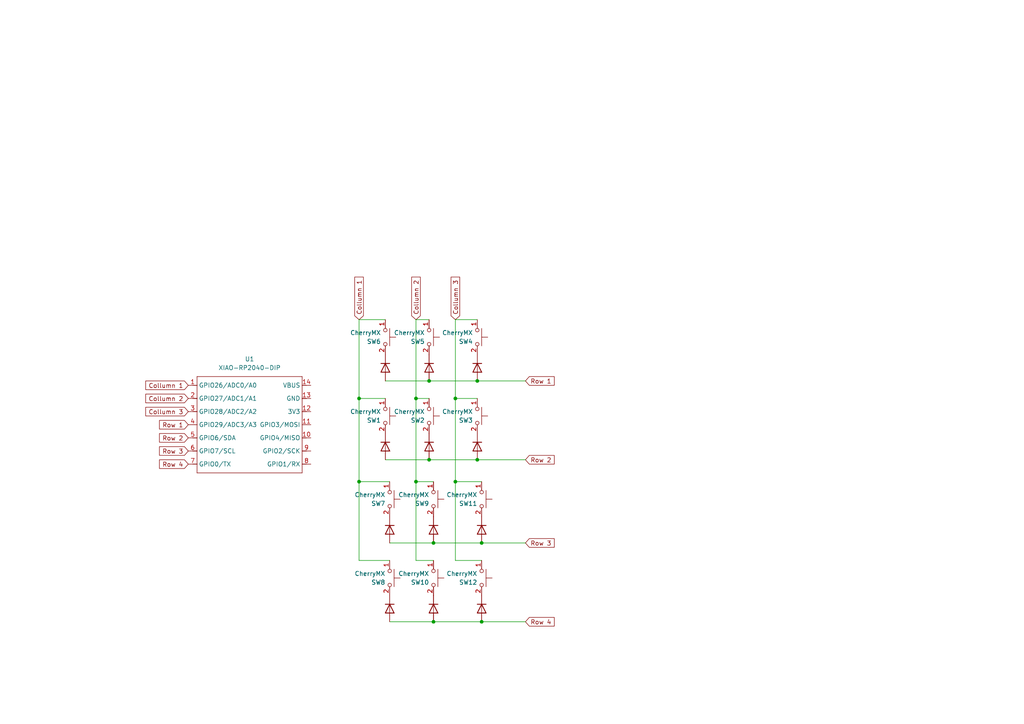
<source format=kicad_sch>
(kicad_sch (version 20250114) (generator "eeschema") (generator_version "9.0")
  (paper "A4")
  (lib_symbols
    (symbol "CherryMX:CherryMX" (pin_names (offset 0.254))
      (property "Reference" "SW" (at 2.54 3.175 0))
      (property "Value" "CherryMX" (at 0 -1.905 0))
      (symbol "CherryMX_1_1"
        (circle (center -2.032 0) (radius 0.508))
        (polyline (pts (xy 0 1.27) (xy 0 3.048)))
        (circle (center 2.032 0) (radius 0.508))
        (polyline (pts (xy 2.54 1.27) (xy -2.54 1.27)))
        (pin passive line (at -5.08 0 0) (length 2.54) (name "~") (number "1"))
        (pin passive line (at 5.08 0 180) (length 2.54) (name "~") (number "2"))
      )
    )
    (symbol "Diode:1N4148WT" (pin_numbers (hide yes)) (pin_names (hide yes))
      (property "Reference" "D" (at 0 2.54 0))
      (property "Value" "1N4148WT" (at 0 -2.54 0))
      (symbol "1N4148WT_0_1"
        (polyline (pts (xy -1.27 1.27) (xy -1.27 -1.27)) (stroke (width 0.254)))
        (polyline (pts (xy 1.27 1.27) (xy 1.27 -1.27) (xy -1.27 0) (xy 1.27 1.27)) (stroke (width 0.254)))
        (polyline (pts (xy 1.27 0) (xy -1.27 0)))
      )
      (symbol "1N4148WT_1_1"
        (pin passive line (at -3.81 0 0) (length 2.54) (name "K") (number "1"))
        (pin passive line (at 3.81 0 180) (length 2.54) (name "A") (number "2"))
      )
    )
    (symbol "Seeed_Studio_XIAO_Series:XIAO-RP2040-DIP"
      (property "Reference" "U" (at 0 0 0))
      (property "Value" "XIAO-RP2040-DIP" (at 5.334 -1.778 0))
      (symbol "XIAO-RP2040-DIP_1_0"
        (polyline (pts (xy -1.27 -2.54) (xy 29.21 -2.54)) (stroke (width 0.1524)))
        (polyline (pts (xy -1.27 -5.08) (xy -2.54 -5.08)) (stroke (width 0.1524)))
        (polyline (pts (xy -1.27 -5.08) (xy -1.27 -2.54)) (stroke (width 0.1524)))
        (polyline (pts (xy -1.27 -8.89) (xy -2.54 -8.89)) (stroke (width 0.1524)))
        (polyline (pts (xy -1.27 -8.89) (xy -1.27 -5.08)) (stroke (width 0.1524)))
        (polyline (pts (xy -1.27 -12.7) (xy -2.54 -12.7)) (stroke (width 0.1524)))
        (polyline (pts (xy -1.27 -12.7) (xy -1.27 -8.89)) (stroke (width 0.1524)))
        (polyline (pts (xy -1.27 -16.51) (xy -2.54 -16.51)) (stroke (width 0.1524)))
        (polyline (pts (xy -1.27 -16.51) (xy -1.27 -12.7)) (stroke (width 0.1524)))
        (polyline (pts (xy -1.27 -20.32) (xy -2.54 -20.32)) (stroke (width 0.1524)))
        (polyline (pts (xy -1.27 -24.13) (xy -2.54 -24.13)) (stroke (width 0.1524)))
        (polyline (pts (xy -1.27 -27.94) (xy -2.54 -27.94)) (stroke (width 0.1524)))
        (polyline (pts (xy -1.27 -30.48) (xy -1.27 -16.51)) (stroke (width 0.1524)))
        (polyline (pts (xy 29.21 -2.54) (xy 29.21 -5.08)) (stroke (width 0.1524)))
        (polyline (pts (xy 29.21 -5.08) (xy 29.21 -8.89)) (stroke (width 0.1524)))
        (polyline (pts (xy 29.21 -8.89) (xy 29.21 -12.7)) (stroke (width 0.1524)))
        (polyline (pts (xy 29.21 -12.7) (xy 29.21 -30.48)) (stroke (width 0.1524)))
        (polyline (pts (xy 29.21 -30.48) (xy -1.27 -30.48)) (stroke (width 0.1524)))
        (polyline (pts (xy 30.48 -5.08) (xy 29.21 -5.08)) (stroke (width 0.1524)))
        (polyline (pts (xy 30.48 -8.89) (xy 29.21 -8.89)) (stroke (width 0.1524)))
        (polyline (pts (xy 30.48 -12.7) (xy 29.21 -12.7)) (stroke (width 0.1524)))
        (polyline (pts (xy 30.48 -16.51) (xy 29.21 -16.51)) (stroke (width 0.1524)))
        (polyline (pts (xy 30.48 -20.32) (xy 29.21 -20.32)) (stroke (width 0.1524)))
        (polyline (pts (xy 30.48 -24.13) (xy 29.21 -24.13)) (stroke (width 0.1524)))
        (polyline (pts (xy 30.48 -27.94) (xy 29.21 -27.94)) (stroke (width 0.1524)))
        (pin passive line (at -3.81 -5.08 0) (length 2.54) (name "GPIO26/ADC0/A0") (number "1"))
        (pin passive line (at -3.81 -8.89 0) (length 2.54) (name "GPIO27/ADC1/A1") (number "2"))
        (pin passive line (at -3.81 -12.7 0) (length 2.54) (name "GPIO28/ADC2/A2") (number "3"))
        (pin passive line (at -3.81 -16.51 0) (length 2.54) (name "GPIO29/ADC3/A3") (number "4"))
        (pin passive line (at -3.81 -20.32 0) (length 2.54) (name "GPIO6/SDA") (number "5"))
        (pin passive line (at -3.81 -24.13 0) (length 2.54) (name "GPIO7/SCL") (number "6"))
        (pin passive line (at -3.81 -27.94 0) (length 2.54) (name "GPIO0/TX") (number "7"))
        (pin passive line (at 31.75 -5.08 180) (length 2.54) (name "VBUS") (number "14"))
        (pin passive line (at 31.75 -8.89 180) (length 2.54) (name "GND") (number "13"))
        (pin passive line (at 31.75 -12.7 180) (length 2.54) (name "3V3") (number "12"))
        (pin passive line (at 31.75 -16.51 180) (length 2.54) (name "GPIO3/MOSI") (number "11"))
        (pin passive line (at 31.75 -20.32 180) (length 2.54) (name "GPIO4/MISO") (number "10"))
        (pin passive line (at 31.75 -24.13 180) (length 2.54) (name "GPIO2/SCK") (number "9"))
        (pin passive line (at 31.75 -27.94 180) (length 2.54) (name "GPIO1/RX") (number "8"))
      )
    )
  )
  (junction (at 139.7 157.48))
  (junction (at 120.65 115.57))
  (junction (at 124.46 133.35))
  (junction (at 125.73 157.48))
  (junction (at 104.14 139.7))
  (junction (at 132.08 115.57))
  (junction (at 124.46 110.49))
  (junction (at 104.14 115.57))
  (junction (at 132.08 139.7))
  (junction (at 138.43 133.35))
  (junction (at 125.73 180.34))
  (junction (at 138.43 110.49))
  (junction (at 139.7 180.34))
  (junction (at 120.65 139.7))
  (wire (pts (xy 124.46 133.35) (xy 138.43 133.35)))
  (wire (pts (xy 132.08 139.7) (xy 132.08 162.56)))
  (wire (pts (xy 125.73 180.34) (xy 139.7 180.34)))
  (wire (pts (xy 120.65 115.57) (xy 124.46 115.57)))
  (wire (pts (xy 104.14 139.7) (xy 104.14 162.56)))
  (wire (pts (xy 132.08 92.71) (xy 132.08 115.57)))
  (wire (pts (xy 104.14 92.71) (xy 104.14 115.57)))
  (wire (pts (xy 113.03 180.34) (xy 125.73 180.34)))
  (wire (pts (xy 120.65 115.57) (xy 120.65 92.71)))
  (wire (pts (xy 120.65 92.71) (xy 124.46 92.71)))
  (wire (pts (xy 138.43 92.71) (xy 132.08 92.71)))
  (wire (pts (xy 138.43 133.35) (xy 152.4 133.35)))
  (wire (pts (xy 132.08 115.57) (xy 138.43 115.57)))
  (wire (pts (xy 138.43 110.49) (xy 152.4 110.49)))
  (wire (pts (xy 104.14 162.56) (xy 113.03 162.56)))
  (wire (pts (xy 111.76 133.35) (xy 124.46 133.35)))
  (wire (pts (xy 120.65 162.56) (xy 120.65 139.7)))
  (wire (pts (xy 139.7 157.48) (xy 152.4 157.48)))
  (wire (pts (xy 125.73 157.48) (xy 139.7 157.48)))
  (wire (pts (xy 111.76 110.49) (xy 124.46 110.49)))
  (wire (pts (xy 111.76 92.71) (xy 104.14 92.71)))
  (wire (pts (xy 124.46 110.49) (xy 138.43 110.49)))
  (wire (pts (xy 120.65 139.7) (xy 125.73 139.7)))
  (wire (pts (xy 139.7 180.34) (xy 152.4 180.34)))
  (wire (pts (xy 104.14 115.57) (xy 104.14 139.7)))
  (wire (pts (xy 113.03 157.48) (xy 125.73 157.48)))
  (wire (pts (xy 120.65 139.7) (xy 120.65 115.57)))
  (wire (pts (xy 132.08 162.56) (xy 139.7 162.56)))
  (wire (pts (xy 132.08 139.7) (xy 139.7 139.7)))
  (wire (pts (xy 104.14 139.7) (xy 113.03 139.7)))
  (wire (pts (xy 132.08 115.57) (xy 132.08 139.7)))
  (wire (pts (xy 104.14 115.57) (xy 111.76 115.57)))
  (wire (pts (xy 125.73 162.56) (xy 120.65 162.56)))
  (global_label "Row 4" (shape input) (at 152.4 180.34 0) (property "Intersheetrefs" "${INTERSHEET_REFS}" (effects (hide yes))))
  (global_label "Row 3" (shape input) (at 152.4 157.48 0) (property "Intersheetrefs" "${INTERSHEET_REFS}" (effects (hide yes))))
  (global_label "Collumn 2" (shape input) (at 54.61 115.57 180) (property "Intersheetrefs" "${INTERSHEET_REFS}" (effects (hide yes))))
  (global_label "Collumn 1" (shape input) (at 104.14 92.71 90) (property "Intersheetrefs" "${INTERSHEET_REFS}" (effects (hide yes))))
  (global_label "Row 2" (shape input) (at 54.61 127 180) (property "Intersheetrefs" "${INTERSHEET_REFS}" (effects (hide yes))))
  (global_label "Collumn 3" (shape input) (at 54.61 119.38 180) (property "Intersheetrefs" "${INTERSHEET_REFS}" (effects (hide yes))))
  (global_label "Row 2" (shape input) (at 152.4 133.35 0) (property "Intersheetrefs" "${INTERSHEET_REFS}" (effects (hide yes))))
  (global_label "Row 1" (shape input) (at 54.61 123.19 180) (property "Intersheetrefs" "${INTERSHEET_REFS}" (effects (hide yes))))
  (global_label "Row 1" (shape input) (at 152.4 110.49 0) (property "Intersheetrefs" "${INTERSHEET_REFS}" (effects (hide yes))))
  (global_label "Row 4" (shape input) (at 54.61 134.62 180) (property "Intersheetrefs" "${INTERSHEET_REFS}" (effects (hide yes))))
  (global_label "Collumn 3" (shape input) (at 132.08 92.71 90) (property "Intersheetrefs" "${INTERSHEET_REFS}" (effects (hide yes))))
  (global_label "Collumn 2" (shape input) (at 120.65 92.71 90) (property "Intersheetrefs" "${INTERSHEET_REFS}" (effects (hide yes))))
  (global_label "Row 3" (shape input) (at 54.61 130.81 180) (property "Intersheetrefs" "${INTERSHEET_REFS}" (effects (hide yes))))
  (global_label "Collumn 1" (shape input) (at 54.61 111.76 180) (property "Intersheetrefs" "${INTERSHEET_REFS}" (effects (hide yes))))
  (symbol (lib_id "Diode:1N4148WT") (at 113.03 176.53 270) (unit 1)
    (property "Reference" "D8" (effects (hide yes)))
    (property "Value" "1N4148WT" (effects (hide yes)))
    (property "Footprint" "Diode_THT:D_DO-35_SOD27_P7.62mm_Horizontal" (effects (hide yes)))
    (property "Datasheet" "https://www.diodes.com/assets/Datasheets/ds30396.pdf" (effects (hide yes)))
    (property "Description" "75V 0.15A Fast switching Diode, SOD-523" (effects (hide yes)))
    (property "Sim.Device" "D" (effects (hide yes)))
    (property "Sim.Pins" "1=K 2=A" (effects (hide yes)))
  )
  (symbol (lib_id "CherryMX:CherryMX") (at 113.03 144.78 270) (unit 1)
    (property "Reference" "SW7" (at 111.76 146.0501 90) (effects (justify right)))
    (property "Value" "CherryMX" (at 111.76 143.5101 90) (effects (justify right)))
    (property "Footprint" "Button_Switch_Keyboard:SW_Cherry_MX_1.00u_PCB" (effects (hide yes)))
  )
  (symbol (lib_id "Seeed_Studio_XIAO_Series:XIAO-RP2040-DIP") (at 58.42 106.68 0) (unit 1)
    (property "Reference" "U1" (at 72.39 104.14 0))
    (property "Value" "XIAO-RP2040-DIP" (at 72.39 106.68 0))
    (property "Footprint" "RF_Module:MCU_Seeed_ESP32C3" (effects (hide yes)))
  )
  (symbol (lib_id "CherryMX:CherryMX") (at 113.03 167.64 270) (unit 1)
    (property "Reference" "SW8" (at 111.76 168.9101 90) (effects (justify right)))
    (property "Value" "CherryMX" (at 111.76 166.3701 90) (effects (justify right)))
    (property "Footprint" "Button_Switch_Keyboard:SW_Cherry_MX_1.00u_PCB" (effects (hide yes)))
  )
  (symbol (lib_id "Diode:1N4148WT") (at 111.76 106.68 270) (unit 1)
    (property "Reference" "D1" (effects (hide yes)))
    (property "Value" "1N4148WT" (effects (hide yes)))
    (property "Footprint" "Diode_THT:D_DO-35_SOD27_P7.62mm_Horizontal" (effects (hide yes)))
    (property "Datasheet" "https://www.diodes.com/assets/Datasheets/ds30396.pdf" (effects (hide yes)))
    (property "Description" "75V 0.15A Fast switching Diode, SOD-523" (effects (hide yes)))
    (property "Sim.Device" "D" (effects (hide yes)))
    (property "Sim.Pins" "1=K 2=A" (effects (hide yes)))
  )
  (symbol (lib_id "Diode:1N4148WT") (at 124.46 129.54 270) (unit 1)
    (property "Reference" "D5" (effects (hide yes)))
    (property "Value" "1N4148WT" (effects (hide yes)))
    (property "Footprint" "Diode_THT:D_DO-35_SOD27_P7.62mm_Horizontal" (effects (hide yes)))
    (property "Datasheet" "https://www.diodes.com/assets/Datasheets/ds30396.pdf" (effects (hide yes)))
    (property "Description" "75V 0.15A Fast switching Diode, SOD-523" (effects (hide yes)))
    (property "Sim.Device" "D" (effects (hide yes)))
    (property "Sim.Pins" "1=K 2=A" (effects (hide yes)))
  )
  (symbol (lib_id "CherryMX:CherryMX") (at 139.7 144.78 270) (unit 1)
    (property "Reference" "SW11" (at 138.43 146.0501 90) (effects (justify right)))
    (property "Value" "CherryMX" (at 138.43 143.5101 90) (effects (justify right)))
    (property "Footprint" "Button_Switch_Keyboard:SW_Cherry_MX_1.00u_PCB" (effects (hide yes)))
  )
  (symbol (lib_id "CherryMX:CherryMX") (at 111.76 97.79 270) (unit 1)
    (property "Reference" "SW6" (at 110.49 99.0601 90) (effects (justify right)))
    (property "Value" "CherryMX" (at 110.49 96.5201 90) (effects (justify right)))
    (property "Footprint" "Button_Switch_Keyboard:SW_Cherry_MX_1.00u_PCB" (effects (hide yes)))
  )
  (symbol (lib_id "Diode:1N4148WT") (at 138.43 106.68 270) (unit 1)
    (property "Reference" "D3" (effects (hide yes)))
    (property "Value" "1N4148WT" (effects (hide yes)))
    (property "Footprint" "Diode_THT:D_DO-35_SOD27_P7.62mm_Horizontal" (effects (hide yes)))
    (property "Datasheet" "https://www.diodes.com/assets/Datasheets/ds30396.pdf" (effects (hide yes)))
    (property "Description" "75V 0.15A Fast switching Diode, SOD-523" (effects (hide yes)))
    (property "Sim.Device" "D" (effects (hide yes)))
    (property "Sim.Pins" "1=K 2=A" (effects (hide yes)))
  )
  (symbol (lib_id "Diode:1N4148WT") (at 125.73 153.67 270) (unit 1)
    (property "Reference" "D9" (effects (hide yes)))
    (property "Value" "1N4148WT" (effects (hide yes)))
    (property "Footprint" "Diode_THT:D_DO-35_SOD27_P7.62mm_Horizontal" (effects (hide yes)))
    (property "Datasheet" "https://www.diodes.com/assets/Datasheets/ds30396.pdf" (effects (hide yes)))
    (property "Description" "75V 0.15A Fast switching Diode, SOD-523" (effects (hide yes)))
    (property "Sim.Device" "D" (effects (hide yes)))
    (property "Sim.Pins" "1=K 2=A" (effects (hide yes)))
  )
  (symbol (lib_id "Diode:1N4148WT") (at 139.7 176.53 270) (unit 1)
    (property "Reference" "D12" (effects (hide yes)))
    (property "Value" "1N4148WT" (effects (hide yes)))
    (property "Footprint" "Diode_THT:D_DO-35_SOD27_P7.62mm_Horizontal" (effects (hide yes)))
    (property "Datasheet" "https://www.diodes.com/assets/Datasheets/ds30396.pdf" (effects (hide yes)))
    (property "Description" "75V 0.15A Fast switching Diode, SOD-523" (effects (hide yes)))
    (property "Sim.Device" "D" (effects (hide yes)))
    (property "Sim.Pins" "1=K 2=A" (effects (hide yes)))
  )
  (symbol (lib_id "CherryMX:CherryMX") (at 124.46 97.79 270) (unit 1)
    (property "Reference" "SW5" (at 123.19 99.0601 90) (effects (justify right)))
    (property "Value" "CherryMX" (at 123.19 96.5201 90) (effects (justify right)))
    (property "Footprint" "Button_Switch_Keyboard:SW_Cherry_MX_1.00u_PCB" (effects (hide yes)))
  )
  (symbol (lib_id "CherryMX:CherryMX") (at 138.43 120.65 270) (unit 1)
    (property "Reference" "SW3" (at 137.16 121.9201 90) (effects (justify right)))
    (property "Value" "CherryMX" (at 137.16 119.3801 90) (effects (justify right)))
    (property "Footprint" "Button_Switch_Keyboard:SW_Cherry_MX_1.00u_PCB" (effects (hide yes)))
  )
  (symbol (lib_id "CherryMX:CherryMX") (at 138.43 97.79 270) (unit 1)
    (property "Reference" "SW4" (at 137.16 99.0601 90) (effects (justify right)))
    (property "Value" "CherryMX" (at 137.16 96.5201 90) (effects (justify right)))
    (property "Footprint" "Button_Switch_Keyboard:SW_Cherry_MX_1.00u_PCB" (effects (hide yes)))
  )
  (symbol (lib_id "Diode:1N4148WT") (at 111.76 129.54 270) (unit 1)
    (property "Reference" "D4" (effects (hide yes)))
    (property "Value" "1N4148WT" (effects (hide yes)))
    (property "Footprint" "Diode_THT:D_DO-35_SOD27_P7.62mm_Horizontal" (effects (hide yes)))
    (property "Datasheet" "https://www.diodes.com/assets/Datasheets/ds30396.pdf" (effects (hide yes)))
    (property "Description" "75V 0.15A Fast switching Diode, SOD-523" (effects (hide yes)))
    (property "Sim.Device" "D" (effects (hide yes)))
    (property "Sim.Pins" "1=K 2=A" (effects (hide yes)))
  )
  (symbol (lib_id "Diode:1N4148WT") (at 125.73 176.53 270) (unit 1)
    (property "Reference" "D10" (effects (hide yes)))
    (property "Value" "1N4148WT" (effects (hide yes)))
    (property "Footprint" "Diode_THT:D_DO-35_SOD27_P7.62mm_Horizontal" (effects (hide yes)))
    (property "Datasheet" "https://www.diodes.com/assets/Datasheets/ds30396.pdf" (effects (hide yes)))
    (property "Description" "75V 0.15A Fast switching Diode, SOD-523" (effects (hide yes)))
    (property "Sim.Device" "D" (effects (hide yes)))
    (property "Sim.Pins" "1=K 2=A" (effects (hide yes)))
  )
  (symbol (lib_id "CherryMX:CherryMX") (at 125.73 167.64 270) (unit 1)
    (property "Reference" "SW10" (at 124.46 168.9101 90) (effects (justify right)))
    (property "Value" "CherryMX" (at 124.46 166.3701 90) (effects (justify right)))
    (property "Footprint" "Button_Switch_Keyboard:SW_Cherry_MX_1.00u_PCB" (effects (hide yes)))
  )
  (symbol (lib_id "CherryMX:CherryMX") (at 125.73 144.78 270) (unit 1)
    (property "Reference" "SW9" (at 124.46 146.0501 90) (effects (justify right)))
    (property "Value" "CherryMX" (at 124.46 143.5101 90) (effects (justify right)))
    (property "Footprint" "Button_Switch_Keyboard:SW_Cherry_MX_1.00u_PCB" (effects (hide yes)))
  )
  (symbol (lib_id "CherryMX:CherryMX") (at 139.7 167.64 270) (unit 1)
    (property "Reference" "SW12" (at 138.43 168.9101 90) (effects (justify right)))
    (property "Value" "CherryMX" (at 138.43 166.3701 90) (effects (justify right)))
    (property "Footprint" "Button_Switch_Keyboard:SW_Cherry_MX_1.00u_PCB" (effects (hide yes)))
  )
  (symbol (lib_id "CherryMX:CherryMX") (at 111.76 120.65 270) (unit 1)
    (property "Reference" "SW1" (at 110.49 121.9201 90) (effects (justify right)))
    (property "Value" "CherryMX" (at 110.49 119.3801 90) (effects (justify right)))
    (property "Footprint" "Button_Switch_Keyboard:SW_Cherry_MX_1.00u_PCB" (effects (hide yes)))
  )
  (symbol (lib_id "CherryMX:CherryMX") (at 124.46 120.65 270) (unit 1)
    (property "Reference" "SW2" (at 123.19 121.9201 90) (effects (justify right)))
    (property "Value" "CherryMX" (at 123.19 119.3801 90) (effects (justify right)))
    (property "Footprint" "Button_Switch_Keyboard:SW_Cherry_MX_1.00u_PCB" (effects (hide yes)))
  )
  (symbol (lib_id "Diode:1N4148WT") (at 138.43 129.54 270) (unit 1)
    (property "Reference" "D6" (effects (hide yes)))
    (property "Value" "1N4148WT" (effects (hide yes)))
    (property "Footprint" "Diode_THT:D_DO-35_SOD27_P7.62mm_Horizontal" (effects (hide yes)))
    (property "Datasheet" "https://www.diodes.com/assets/Datasheets/ds30396.pdf" (effects (hide yes)))
    (property "Description" "75V 0.15A Fast switching Diode, SOD-523" (effects (hide yes)))
    (property "Sim.Device" "D" (effects (hide yes)))
    (property "Sim.Pins" "1=K 2=A" (effects (hide yes)))
  )
  (symbol (lib_id "Diode:1N4148WT") (at 124.46 106.68 270) (unit 1)
    (property "Reference" "D2" (effects (hide yes)))
    (property "Value" "1N4148WT" (effects (hide yes)))
    (property "Footprint" "Diode_THT:D_DO-35_SOD27_P7.62mm_Horizontal" (effects (hide yes)))
    (property "Datasheet" "https://www.diodes.com/assets/Datasheets/ds30396.pdf" (effects (hide yes)))
    (property "Description" "75V 0.15A Fast switching Diode, SOD-523" (effects (hide yes)))
    (property "Sim.Device" "D" (effects (hide yes)))
    (property "Sim.Pins" "1=K 2=A" (effects (hide yes)))
  )
  (symbol (lib_id "Diode:1N4148WT") (at 139.7 153.67 270) (unit 1)
    (property "Reference" "D11" (effects (hide yes)))
    (property "Value" "1N4148WT" (effects (hide yes)))
    (property "Footprint" "Diode_THT:D_DO-35_SOD27_P7.62mm_Horizontal" (effects (hide yes)))
    (property "Datasheet" "https://www.diodes.com/assets/Datasheets/ds30396.pdf" (effects (hide yes)))
    (property "Description" "75V 0.15A Fast switching Diode, SOD-523" (effects (hide yes)))
    (property "Sim.Device" "D" (effects (hide yes)))
    (property "Sim.Pins" "1=K 2=A" (effects (hide yes)))
  )
  (symbol (lib_id "Diode:1N4148WT") (at 113.03 153.67 270) (unit 1)
    (property "Reference" "D7" (effects (hide yes)))
    (property "Value" "1N4148WT" (effects (hide yes)))
    (property "Footprint" "Diode_THT:D_DO-35_SOD27_P7.62mm_Horizontal" (effects (hide yes)))
    (property "Datasheet" "https://www.diodes.com/assets/Datasheets/ds30396.pdf" (effects (hide yes)))
    (property "Description" "75V 0.15A Fast switching Diode, SOD-523" (effects (hide yes)))
    (property "Sim.Device" "D" (effects (hide yes)))
    (property "Sim.Pins" "1=K 2=A" (effects (hide yes)))
  )
)
</source>
